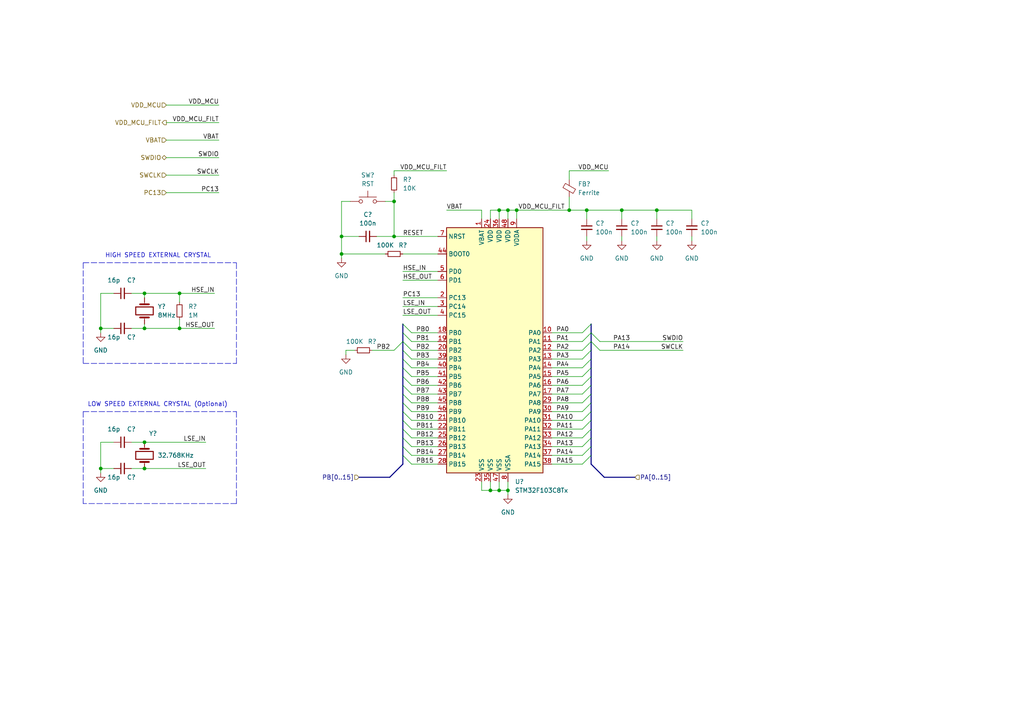
<source format=kicad_sch>
(kicad_sch (version 20211123) (generator eeschema)
  (paper "A4")
  (lib_symbols
    (symbol "Device:C_Small" (pin_numbers hide) (pin_names (offset 0.254) hide)
      (property "Reference" "C" (at 0.254 1.778 0))
      (property "Value" "C_Small" (at 0.254 -2.032 0))
      (symbol "C_Small_0_1"
        (polyline (pts (xy -1.524 -0.508) (xy 1.524 -0.508)) (stroke (width 0.3302)))
        (polyline (pts (xy -1.524 0.508) (xy 1.524 0.508)) (stroke (width 0.3048)))
      )
      (symbol "C_Small_1_1"
        (pin passive line (at 0 2.54 270) (length 2.032) (name "~") (number "1"))
        (pin passive line (at 0 -2.54 90) (length 2.032) (name "~") (number "2"))
      )
    )
    (symbol "Device:Crystal" (pin_numbers hide) (pin_names (offset 1.016) hide)
      (property "Reference" "Y" (at 0 3.81 0))
      (property "Value" "Crystal" (at 0 -3.81 0))
      (symbol "Crystal_0_1"
        (rectangle (start -1.143 2.54) (end 1.143 -2.54) (stroke (width 0.3048)))
        (polyline (pts (xy -2.54 0) (xy -1.905 0)))
        (polyline (pts (xy -1.905 -1.27) (xy -1.905 1.27)) (stroke (width 0.508)))
        (polyline (pts (xy 1.905 -1.27) (xy 1.905 1.27)) (stroke (width 0.508)))
        (polyline (pts (xy 2.54 0) (xy 1.905 0)))
      )
      (symbol "Crystal_1_1"
        (pin passive line (at -3.81 0 0) (length 1.27) (name "1") (number "1"))
        (pin passive line (at 3.81 0 180) (length 1.27) (name "2") (number "2"))
      )
    )
    (symbol "Device:FerriteBead_Small" (pin_numbers hide) (pin_names (offset 0))
      (property "Reference" "FB" (at 1.905 1.27 0))
      (property "Value" "FerriteBead_Small" (at 1.905 -1.27 0))
      (symbol "FerriteBead_Small_0_1"
        (polyline (pts (xy 0 -1.27) (xy 0 -0.7874)))
        (polyline (pts (xy 0 0.889) (xy 0 1.2954)))
        (polyline (pts (xy -1.8288 0.2794) (xy -1.1176 1.4986) (xy 1.8288 -0.2032) (xy 1.1176 -1.4224) (xy -1.8288 0.2794)))
      )
      (symbol "FerriteBead_Small_1_1"
        (pin passive line (at 0 2.54 270) (length 1.27) (name "~") (number "1"))
        (pin passive line (at 0 -2.54 90) (length 1.27) (name "~") (number "2"))
      )
    )
    (symbol "Device:R_Small" (pin_numbers hide) (pin_names (offset 0.254) hide)
      (property "Reference" "R" (at 0.762 0.508 0))
      (property "Value" "R_Small" (at 0.762 -1.016 0))
      (symbol "R_Small_0_1"
        (rectangle (start -0.762 1.778) (end 0.762 -1.778) (stroke (width 0.2032)))
      )
      (symbol "R_Small_1_1"
        (pin passive line (at 0 2.54 270) (length 0.762) (name "~") (number "1"))
        (pin passive line (at 0 -2.54 90) (length 0.762) (name "~") (number "2"))
      )
    )
    (symbol "MCU_ST_STM32F1:STM32F103C8Tx"
      (property "Reference" "U" (at -15.24 36.83 0))
      (property "Value" "STM32F103C8Tx" (at 7.62 36.83 0))
      (symbol "STM32F103C8Tx_0_1"
        (rectangle (start -15.24 -35.56) (end 12.7 35.56) (stroke (width 0.254)) (fill (type background)))
      )
      (symbol "STM32F103C8Tx_1_1"
        (pin power_in line (at -5.08 38.1 270) (length 2.54) (name "VBAT") (number "1"))
        (pin bidirectional line (at 15.24 5.08 180) (length 2.54) (name "PA0") (number "10"))
        (pin bidirectional line (at 15.24 2.54 180) (length 2.54) (name "PA1") (number "11"))
        (pin bidirectional line (at 15.24 0 180) (length 2.54) (name "PA2") (number "12"))
        (pin bidirectional line (at 15.24 -2.54 180) (length 2.54) (name "PA3") (number "13"))
        (pin bidirectional line (at 15.24 -5.08 180) (length 2.54) (name "PA4") (number "14"))
        (pin bidirectional line (at 15.24 -7.62 180) (length 2.54) (name "PA5") (number "15"))
        (pin bidirectional line (at 15.24 -10.16 180) (length 2.54) (name "PA6") (number "16"))
        (pin bidirectional line (at 15.24 -12.7 180) (length 2.54) (name "PA7") (number "17"))
        (pin bidirectional line (at -17.78 5.08 0) (length 2.54) (name "PB0") (number "18"))
        (pin bidirectional line (at -17.78 2.54 0) (length 2.54) (name "PB1") (number "19"))
        (pin bidirectional line (at -17.78 15.24 0) (length 2.54) (name "PC13") (number "2"))
        (pin bidirectional line (at -17.78 0 0) (length 2.54) (name "PB2") (number "20"))
        (pin bidirectional line (at -17.78 -20.32 0) (length 2.54) (name "PB10") (number "21"))
        (pin bidirectional line (at -17.78 -22.86 0) (length 2.54) (name "PB11") (number "22"))
        (pin power_in line (at -5.08 -38.1 90) (length 2.54) (name "VSS") (number "23"))
        (pin power_in line (at -2.54 38.1 270) (length 2.54) (name "VDD") (number "24"))
        (pin bidirectional line (at -17.78 -25.4 0) (length 2.54) (name "PB12") (number "25"))
        (pin bidirectional line (at -17.78 -27.94 0) (length 2.54) (name "PB13") (number "26"))
        (pin bidirectional line (at -17.78 -30.48 0) (length 2.54) (name "PB14") (number "27"))
        (pin bidirectional line (at -17.78 -33.02 0) (length 2.54) (name "PB15") (number "28"))
        (pin bidirectional line (at 15.24 -15.24 180) (length 2.54) (name "PA8") (number "29"))
        (pin bidirectional line (at -17.78 12.7 0) (length 2.54) (name "PC14") (number "3"))
        (pin bidirectional line (at 15.24 -17.78 180) (length 2.54) (name "PA9") (number "30"))
        (pin bidirectional line (at 15.24 -20.32 180) (length 2.54) (name "PA10") (number "31"))
        (pin bidirectional line (at 15.24 -22.86 180) (length 2.54) (name "PA11") (number "32"))
        (pin bidirectional line (at 15.24 -25.4 180) (length 2.54) (name "PA12") (number "33"))
        (pin bidirectional line (at 15.24 -27.94 180) (length 2.54) (name "PA13") (number "34"))
        (pin power_in line (at -2.54 -38.1 90) (length 2.54) (name "VSS") (number "35"))
        (pin power_in line (at 0 38.1 270) (length 2.54) (name "VDD") (number "36"))
        (pin bidirectional line (at 15.24 -30.48 180) (length 2.54) (name "PA14") (number "37"))
        (pin bidirectional line (at 15.24 -33.02 180) (length 2.54) (name "PA15") (number "38"))
        (pin bidirectional line (at -17.78 -2.54 0) (length 2.54) (name "PB3") (number "39"))
        (pin bidirectional line (at -17.78 10.16 0) (length 2.54) (name "PC15") (number "4"))
        (pin bidirectional line (at -17.78 -5.08 0) (length 2.54) (name "PB4") (number "40"))
        (pin bidirectional line (at -17.78 -7.62 0) (length 2.54) (name "PB5") (number "41"))
        (pin bidirectional line (at -17.78 -10.16 0) (length 2.54) (name "PB6") (number "42"))
        (pin bidirectional line (at -17.78 -12.7 0) (length 2.54) (name "PB7") (number "43"))
        (pin input line (at -17.78 27.94 0) (length 2.54) (name "BOOT0") (number "44"))
        (pin bidirectional line (at -17.78 -15.24 0) (length 2.54) (name "PB8") (number "45"))
        (pin bidirectional line (at -17.78 -17.78 0) (length 2.54) (name "PB9") (number "46"))
        (pin power_in line (at 0 -38.1 90) (length 2.54) (name "VSS") (number "47"))
        (pin power_in line (at 2.54 38.1 270) (length 2.54) (name "VDD") (number "48"))
        (pin input line (at -17.78 22.86 0) (length 2.54) (name "PD0") (number "5"))
        (pin input line (at -17.78 20.32 0) (length 2.54) (name "PD1") (number "6"))
        (pin input line (at -17.78 33.02 0) (length 2.54) (name "NRST") (number "7"))
        (pin power_in line (at 2.54 -38.1 90) (length 2.54) (name "VSSA") (number "8"))
        (pin power_in line (at 5.08 38.1 270) (length 2.54) (name "VDDA") (number "9"))
      )
    )
    (symbol "Switch:SW_Push" (pin_numbers hide) (pin_names (offset 1.016) hide)
      (property "Reference" "SW" (at 1.27 2.54 0))
      (property "Value" "SW_Push" (at 0 -1.524 0))
      (symbol "SW_Push_0_1"
        (circle (center -2.032 0) (radius 0.508))
        (polyline (pts (xy 0 1.27) (xy 0 3.048)))
        (polyline (pts (xy 2.54 1.27) (xy -2.54 1.27)))
        (circle (center 2.032 0) (radius 0.508))
        (pin passive line (at -5.08 0 0) (length 2.54) (name "1") (number "1"))
        (pin passive line (at 5.08 0 180) (length 2.54) (name "2") (number "2"))
      )
    )
    (symbol "power:GND" (power) (pin_names (offset 0))
      (property "Value" "GND" (at 0 -3.81 0))
      (symbol "GND_0_1"
        (polyline (pts (xy 0 0) (xy 0 -1.27) (xy 1.27 -1.27) (xy 0 -2.54) (xy -1.27 -1.27) (xy 0 -1.27)))
      )
      (symbol "GND_1_1"
        (pin power_in line (at 0 0 270) (length 0) hide (name "GND") (number "1"))
      )
    )
  )
  (junction (at 41.91 135.89))
  (junction (at 190.5 60.96))
  (junction (at 99.06 68.58))
  (junction (at 29.21 135.89))
  (junction (at 144.78 60.96))
  (junction (at 165.1 60.96))
  (junction (at 41.91 95.25))
  (junction (at 114.3 58.42))
  (junction (at 29.21 95.25))
  (junction (at 52.07 85.09))
  (junction (at 52.07 95.25))
  (junction (at 99.06 73.66))
  (junction (at 147.32 142.24))
  (junction (at 147.32 60.96))
  (junction (at 149.86 60.96))
  (junction (at 41.91 85.09))
  (junction (at 170.18 60.96))
  (junction (at 41.91 128.27))
  (junction (at 180.34 60.96))
  (junction (at 114.3 68.58))
  (junction (at 144.78 142.24))
  (junction (at 142.24 142.24))
  (bus_entry (at 171.45 132.08) (size -2.54 2.54))
  (bus_entry (at 171.45 99.06) (size -2.54 2.54))
  (bus_entry (at 171.45 124.46) (size -2.54 2.54))
  (bus_entry (at 171.45 127) (size -2.54 2.54))
  (bus_entry (at 171.45 93.98) (size -2.54 2.54))
  (bus_entry (at 116.84 93.98) (size 2.54 2.54))
  (bus_entry (at 116.84 106.68) (size 2.54 2.54))
  (bus_entry (at 116.84 121.92) (size 2.54 2.54))
  (bus_entry (at 116.84 114.3) (size 2.54 2.54))
  (bus_entry (at 171.45 116.84) (size -2.54 2.54))
  (bus_entry (at 116.84 129.54) (size 2.54 2.54))
  (bus_entry (at 116.84 111.76) (size 2.54 2.54))
  (bus_entry (at 116.84 96.52) (size 2.54 2.54))
  (bus_entry (at 116.84 124.46) (size 2.54 2.54))
  (bus_entry (at 116.84 116.84) (size 2.54 2.54))
  (bus_entry (at 171.45 129.54) (size -2.54 2.54))
  (bus_entry (at 116.84 104.14) (size 2.54 2.54))
  (bus_entry (at 171.45 121.92) (size -2.54 2.54))
  (bus_entry (at 116.84 101.6) (size 2.54 2.54))
  (bus_entry (at 116.84 109.22) (size 2.54 2.54))
  (bus_entry (at 171.45 96.52) (size 2.54 2.54))
  (bus_entry (at 171.45 114.3) (size -2.54 2.54))
  (bus_entry (at 116.84 99.06) (size 2.54 2.54))
  (bus_entry (at 171.45 101.6) (size -2.54 2.54))
  (bus_entry (at 171.45 99.06) (size 2.54 2.54))
  (bus_entry (at 116.84 132.08) (size 2.54 2.54))
  (bus_entry (at 171.45 106.68) (size -2.54 2.54))
  (bus_entry (at 116.84 127) (size 2.54 2.54))
  (bus_entry (at 116.84 119.38) (size 2.54 2.54))
  (bus_entry (at 171.45 96.52) (size -2.54 2.54))
  (bus_entry (at 171.45 111.76) (size -2.54 2.54))
  (bus_entry (at 171.45 109.22) (size -2.54 2.54))
  (bus_entry (at 171.45 104.14) (size -2.54 2.54))
  (bus_entry (at 116.84 99.06) (size -2.54 2.54))
  (bus_entry (at 171.45 119.38) (size -2.54 2.54))
  (wire (pts (xy 52.07 95.25) (xy 62.23 95.25)))
  (wire (pts (xy 29.21 85.09) (xy 33.02 85.09)))
  (wire (pts (xy 116.84 78.74) (xy 127 78.74)))
  (wire (pts (xy 29.21 135.89) (xy 29.21 137.16)))
  (wire (pts (xy 114.3 58.42) (xy 114.3 68.58)))
  (wire (pts (xy 190.5 60.96) (xy 190.5 63.5)))
  (wire (pts (xy 29.21 128.27) (xy 29.21 135.89)))
  (wire (pts (xy 41.91 85.09) (xy 41.91 86.36)))
  (bus (pts (xy 116.84 99.06) (xy 116.84 101.6)))
  (wire (pts (xy 160.02 134.62) (xy 168.91 134.62)))
  (wire (pts (xy 29.21 135.89) (xy 33.02 135.89)))
  (wire (pts (xy 109.22 68.58) (xy 114.3 68.58)))
  (wire (pts (xy 119.38 101.6) (xy 127 101.6)))
  (wire (pts (xy 160.02 111.76) (xy 168.91 111.76)))
  (bus (pts (xy 116.84 111.76) (xy 116.84 114.3)))
  (bus (pts (xy 104.14 138.43) (xy 113.03 138.43)))
  (bus (pts (xy 171.45 99.06) (xy 171.45 101.6)))
  (wire (pts (xy 119.38 124.46) (xy 127 124.46)))
  (wire (pts (xy 144.78 60.96) (xy 147.32 60.96)))
  (wire (pts (xy 144.78 142.24) (xy 147.32 142.24)))
  (polyline (pts (xy 68.58 146.05) (xy 24.13 146.05)))
  (wire (pts (xy 119.38 114.3) (xy 127 114.3)))
  (wire (pts (xy 173.99 99.06) (xy 198.12 99.06)))
  (wire (pts (xy 160.02 96.52) (xy 168.91 96.52)))
  (wire (pts (xy 165.1 49.53) (xy 176.53 49.53)))
  (wire (pts (xy 119.38 132.08) (xy 127 132.08)))
  (polyline (pts (xy 24.13 76.2) (xy 68.58 76.2)))
  (wire (pts (xy 190.5 60.96) (xy 200.66 60.96)))
  (bus (pts (xy 116.84 121.92) (xy 116.84 124.46)))
  (wire (pts (xy 160.02 124.46) (xy 168.91 124.46)))
  (wire (pts (xy 165.1 57.15) (xy 165.1 60.96)))
  (wire (pts (xy 170.18 60.96) (xy 180.34 60.96)))
  (wire (pts (xy 38.1 85.09) (xy 41.91 85.09)))
  (polyline (pts (xy 24.13 76.2) (xy 24.13 105.41)))
  (wire (pts (xy 38.1 135.89) (xy 41.91 135.89)))
  (bus (pts (xy 171.45 116.84) (xy 171.45 119.38)))
  (polyline (pts (xy 68.58 119.38) (xy 68.58 146.05)))
  (wire (pts (xy 114.3 49.53) (xy 129.54 49.53)))
  (wire (pts (xy 29.21 96.52) (xy 29.21 95.25)))
  (wire (pts (xy 114.3 50.8) (xy 114.3 49.53)))
  (wire (pts (xy 147.32 60.96) (xy 149.86 60.96)))
  (bus (pts (xy 171.45 101.6) (xy 171.45 104.14)))
  (wire (pts (xy 119.38 129.54) (xy 127 129.54)))
  (wire (pts (xy 160.02 104.14) (xy 168.91 104.14)))
  (wire (pts (xy 116.84 91.44) (xy 127 91.44)))
  (wire (pts (xy 190.5 68.58) (xy 190.5 69.85)))
  (polyline (pts (xy 68.58 105.41) (xy 68.58 76.2)))
  (wire (pts (xy 139.7 63.5) (xy 139.7 60.96)))
  (wire (pts (xy 99.06 68.58) (xy 104.14 68.58)))
  (wire (pts (xy 119.38 99.06) (xy 127 99.06)))
  (wire (pts (xy 149.86 60.96) (xy 149.86 63.5)))
  (wire (pts (xy 160.02 127) (xy 168.91 127)))
  (wire (pts (xy 119.38 134.62) (xy 127 134.62)))
  (wire (pts (xy 160.02 116.84) (xy 168.91 116.84)))
  (bus (pts (xy 116.84 134.62) (xy 113.03 138.43)))
  (bus (pts (xy 175.26 138.43) (xy 184.15 138.43)))
  (wire (pts (xy 142.24 139.7) (xy 142.24 142.24)))
  (wire (pts (xy 29.21 95.25) (xy 29.21 85.09)))
  (wire (pts (xy 119.38 121.92) (xy 127 121.92)))
  (wire (pts (xy 41.91 93.98) (xy 41.91 95.25)))
  (bus (pts (xy 116.84 132.08) (xy 116.84 134.62)))
  (wire (pts (xy 147.32 142.24) (xy 147.32 139.7)))
  (wire (pts (xy 41.91 135.89) (xy 59.69 135.89)))
  (wire (pts (xy 107.95 101.6) (xy 114.3 101.6)))
  (wire (pts (xy 116.84 81.28) (xy 127 81.28)))
  (wire (pts (xy 160.02 106.68) (xy 168.91 106.68)))
  (wire (pts (xy 41.91 95.25) (xy 52.07 95.25)))
  (wire (pts (xy 116.84 73.66) (xy 127 73.66)))
  (wire (pts (xy 29.21 95.25) (xy 33.02 95.25)))
  (wire (pts (xy 38.1 95.25) (xy 41.91 95.25)))
  (wire (pts (xy 170.18 60.96) (xy 170.18 63.5)))
  (wire (pts (xy 48.26 40.64) (xy 63.5 40.64)))
  (wire (pts (xy 48.26 30.48) (xy 63.5 30.48)))
  (bus (pts (xy 171.45 106.68) (xy 171.45 109.22)))
  (wire (pts (xy 100.33 101.6) (xy 100.33 102.87)))
  (wire (pts (xy 139.7 139.7) (xy 139.7 142.24)))
  (wire (pts (xy 99.06 73.66) (xy 99.06 74.93)))
  (wire (pts (xy 48.26 35.56) (xy 63.5 35.56)))
  (wire (pts (xy 180.34 60.96) (xy 190.5 60.96)))
  (wire (pts (xy 160.02 119.38) (xy 168.91 119.38)))
  (wire (pts (xy 170.18 68.58) (xy 170.18 69.85)))
  (wire (pts (xy 48.26 55.88) (xy 63.5 55.88)))
  (wire (pts (xy 111.76 58.42) (xy 114.3 58.42)))
  (wire (pts (xy 99.06 58.42) (xy 99.06 68.58)))
  (bus (pts (xy 171.45 96.52) (xy 171.45 99.06)))
  (wire (pts (xy 52.07 85.09) (xy 62.23 85.09)))
  (wire (pts (xy 160.02 129.54) (xy 168.91 129.54)))
  (wire (pts (xy 149.86 60.96) (xy 165.1 60.96)))
  (wire (pts (xy 180.34 60.96) (xy 180.34 63.5)))
  (wire (pts (xy 102.87 101.6) (xy 100.33 101.6)))
  (wire (pts (xy 142.24 60.96) (xy 144.78 60.96)))
  (wire (pts (xy 41.91 128.27) (xy 59.69 128.27)))
  (wire (pts (xy 147.32 142.24) (xy 147.32 143.51)))
  (wire (pts (xy 116.84 86.36) (xy 127 86.36)))
  (bus (pts (xy 171.45 124.46) (xy 171.45 127)))
  (wire (pts (xy 119.38 104.14) (xy 127 104.14)))
  (wire (pts (xy 99.06 68.58) (xy 99.06 73.66)))
  (bus (pts (xy 171.45 104.14) (xy 171.45 106.68)))
  (wire (pts (xy 173.99 101.6) (xy 198.12 101.6)))
  (wire (pts (xy 114.3 55.88) (xy 114.3 58.42)))
  (bus (pts (xy 116.84 101.6) (xy 116.84 104.14)))
  (wire (pts (xy 38.1 128.27) (xy 41.91 128.27)))
  (bus (pts (xy 171.45 129.54) (xy 171.45 132.08)))
  (bus (pts (xy 116.84 129.54) (xy 116.84 132.08)))
  (wire (pts (xy 160.02 109.22) (xy 168.91 109.22)))
  (bus (pts (xy 116.84 127) (xy 116.84 129.54)))
  (wire (pts (xy 52.07 95.25) (xy 52.07 92.71)))
  (wire (pts (xy 119.38 109.22) (xy 127 109.22)))
  (bus (pts (xy 171.45 121.92) (xy 171.45 124.46)))
  (polyline (pts (xy 24.13 119.38) (xy 24.13 146.05)))
  (wire (pts (xy 142.24 142.24) (xy 144.78 142.24)))
  (bus (pts (xy 171.45 119.38) (xy 171.45 121.92)))
  (bus (pts (xy 175.26 138.43) (xy 171.45 134.62)))
  (wire (pts (xy 99.06 58.42) (xy 101.6 58.42)))
  (wire (pts (xy 52.07 85.09) (xy 52.07 87.63)))
  (wire (pts (xy 48.26 45.72) (xy 63.5 45.72)))
  (wire (pts (xy 147.32 60.96) (xy 147.32 63.5)))
  (bus (pts (xy 116.84 114.3) (xy 116.84 116.84)))
  (wire (pts (xy 165.1 52.07) (xy 165.1 49.53)))
  (bus (pts (xy 116.84 96.52) (xy 116.84 99.06)))
  (wire (pts (xy 160.02 99.06) (xy 168.91 99.06)))
  (wire (pts (xy 144.78 60.96) (xy 144.78 63.5)))
  (wire (pts (xy 48.26 50.8) (xy 63.5 50.8)))
  (wire (pts (xy 114.3 68.58) (xy 127 68.58)))
  (bus (pts (xy 171.45 109.22) (xy 171.45 111.76)))
  (bus (pts (xy 116.84 119.38) (xy 116.84 121.92)))
  (wire (pts (xy 119.38 119.38) (xy 127 119.38)))
  (wire (pts (xy 119.38 106.68) (xy 127 106.68)))
  (polyline (pts (xy 24.13 105.41) (xy 68.58 105.41)))
  (wire (pts (xy 119.38 111.76) (xy 127 111.76)))
  (bus (pts (xy 171.45 127) (xy 171.45 129.54)))
  (wire (pts (xy 165.1 60.96) (xy 170.18 60.96)))
  (bus (pts (xy 116.84 109.22) (xy 116.84 111.76)))
  (wire (pts (xy 160.02 121.92) (xy 168.91 121.92)))
  (wire (pts (xy 144.78 139.7) (xy 144.78 142.24)))
  (wire (pts (xy 41.91 85.09) (xy 52.07 85.09)))
  (polyline (pts (xy 24.13 119.38) (xy 68.58 119.38)))
  (bus (pts (xy 171.45 93.98) (xy 171.45 96.52)))
  (bus (pts (xy 116.84 116.84) (xy 116.84 119.38)))
  (bus (pts (xy 116.84 106.68) (xy 116.84 109.22)))
  (wire (pts (xy 200.66 68.58) (xy 200.66 69.85)))
  (wire (pts (xy 116.84 88.9) (xy 127 88.9)))
  (wire (pts (xy 160.02 101.6) (xy 168.91 101.6)))
  (bus (pts (xy 171.45 114.3) (xy 171.45 116.84)))
  (bus (pts (xy 116.84 124.46) (xy 116.84 127)))
  (wire (pts (xy 160.02 114.3) (xy 168.91 114.3)))
  (wire (pts (xy 119.38 127) (xy 127 127)))
  (wire (pts (xy 129.54 60.96) (xy 139.7 60.96)))
  (wire (pts (xy 200.66 60.96) (xy 200.66 63.5)))
  (bus (pts (xy 116.84 104.14) (xy 116.84 106.68)))
  (wire (pts (xy 119.38 96.52) (xy 127 96.52)))
  (bus (pts (xy 171.45 132.08) (xy 171.45 134.62)))
  (wire (pts (xy 160.02 132.08) (xy 168.91 132.08)))
  (bus (pts (xy 171.45 111.76) (xy 171.45 114.3)))
  (wire (pts (xy 99.06 73.66) (xy 111.76 73.66)))
  (wire (pts (xy 119.38 116.84) (xy 127 116.84)))
  (wire (pts (xy 180.34 68.58) (xy 180.34 69.85)))
  (wire (pts (xy 142.24 60.96) (xy 142.24 63.5)))
  (wire (pts (xy 29.21 128.27) (xy 33.02 128.27)))
  (bus (pts (xy 116.84 93.98) (xy 116.84 96.52)))
  (wire (pts (xy 139.7 142.24) (xy 142.24 142.24)))
  (text "LOW SPEED EXTERNAL CRYSTAL (Optional)" (at 25.4 118.11 0) (effects (font (size 1.27 1.27)) (justify left bottom)))
  (text "HIGH SPEED EXTERNAL CRYSTAL" (at 30.48 74.93 0) (effects (font (size 1.27 1.27)) (justify left bottom)))
  (label "PB10" (at 120.65 121.92 0))
  (label "VDD_MCU" (at 63.5 30.48 180))
  (label "SWDIO" (at 198.12 99.06 180))
  (label "HSE_OUT" (at 62.23 95.25 180))
  (label "PA10" (at 161.29 121.92 0))
  (label "PB2" (at 109.22 101.6 0))
  (label "PA5" (at 161.29 109.22 0))
  (label "PA8" (at 161.29 116.84 0))
  (label "PB0" (at 120.65 96.52 0))
  (label "LSE_IN" (at 59.69 128.27 180))
  (label "PB6" (at 120.65 111.76 0))
  (label "PB3" (at 120.65 104.14 0))
  (label "VDD_MCU_FILT" (at 63.5 35.56 180))
  (label "PC13" (at 116.84 86.36 0))
  (label "PB5" (at 120.65 109.22 0))
  (label "PB8" (at 120.65 116.84 0))
  (label "PB12" (at 120.65 127 0))
  (label "PC13" (at 63.5 55.88 180))
  (label "PB4" (at 120.65 106.68 0))
  (label "PA2" (at 161.29 101.6 0))
  (label "PA11" (at 161.29 124.46 0))
  (label "RESET" (at 116.84 68.58 0))
  (label "LSE_OUT" (at 116.84 91.44 0))
  (label "PB14" (at 120.65 132.08 0))
  (label "HSE_IN" (at 62.23 85.09 180))
  (label "PA6" (at 161.29 111.76 0))
  (label "VBAT" (at 63.5 40.64 180))
  (label "LSE_IN" (at 116.84 88.9 0))
  (label "PA0" (at 161.29 96.52 0))
  (label "PA3" (at 161.29 104.14 0))
  (label "SWCLK" (at 63.5 50.8 180))
  (label "PB11" (at 120.65 124.46 0))
  (label "SWCLK" (at 198.12 101.6 180))
  (label "PB13" (at 120.65 129.54 0))
  (label "PA1" (at 161.29 99.06 0))
  (label "SWDIO" (at 63.5 45.72 180))
  (label "PA15" (at 161.29 134.62 0))
  (label "PA14" (at 161.29 132.08 0))
  (label "HSE_IN" (at 116.84 78.74 0))
  (label "PA13" (at 177.8 99.06 0))
  (label "PB7" (at 120.65 114.3 0))
  (label "PA9" (at 161.29 119.38 0))
  (label "VDD_MCU" (at 176.53 49.53 180))
  (label "PA12" (at 161.29 127 0))
  (label "PA4" (at 161.29 106.68 0))
  (label "PB9" (at 120.65 119.38 0))
  (label "PA13" (at 161.29 129.54 0))
  (label "PB15" (at 120.65 134.62 0))
  (label "PA14" (at 177.8 101.6 0))
  (label "PA7" (at 161.29 114.3 0))
  (label "LSE_OUT" (at 59.69 135.89 180))
  (label "VDD_MCU_FILT" (at 129.54 49.53 180))
  (label "HSE_OUT" (at 116.84 81.28 0))
  (label "PB2" (at 120.65 101.6 0))
  (label "VDD_MCU_FILT" (at 163.83 60.96 180))
  (label "PB1" (at 120.65 99.06 0))
  (label "VBAT" (at 129.54 60.96 0))
  (hierarchical_label "VDD_MCU_FILT" (shape output) (at 48.26 35.56 180))
  (hierarchical_label "VDD_MCU" (shape input) (at 48.26 30.48 180))
  (hierarchical_label "PB[0..15]" (shape input) (at 104.14 138.43 180))
  (hierarchical_label "PA[0..15]" (shape input) (at 184.15 138.43 0))
  (hierarchical_label "PC13" (shape input) (at 48.26 55.88 180))
  (hierarchical_label "SWDIO" (shape bidirectional) (at 48.26 45.72 180))
  (hierarchical_label "VBAT" (shape input) (at 48.26 40.64 180))
  (hierarchical_label "SWCLK" (shape input) (at 48.26 50.8 180))
  (symbol (lib_id "power:GND") (at 147.32 143.51 0) (unit 1)
    (property "Reference" "#PWR?" (effects hide))
    (property "Value" "GND" (at 147.32 148.59 0))
  )
  (symbol (lib_id "power:GND") (at 99.06 74.93 0) (unit 1)
    (property "Reference" "#PWR?" (effects hide))
    (property "Value" "GND" (at 99.06 80.01 0))
  )
  (symbol (lib_id "power:GND") (at 100.33 102.87 0) (unit 1)
    (property "Reference" "#PWR?" (effects hide))
    (property "Value" "GND" (at 100.33 107.95 0))
  )
  (symbol (lib_id "power:GND") (at 29.21 96.52 0) (unit 1)
    (property "Reference" "#PWR?" (effects hide))
    (property "Value" "GND" (at 29.21 101.6 0))
  )
  (symbol (lib_id "Device:C_Small") (at 35.56 85.09 90) (unit 1)
    (property "Reference" "C?" (at 38.1 81.28 90))
    (property "Value" "16p" (at 33.02 81.28 90))
  )
  (symbol (lib_id "Device:R_Small") (at 52.07 90.17 0) (unit 1)
    (property "Reference" "R?" (at 54.61 88.8999 0) (effects (justify left)))
    (property "Value" "1M" (at 54.61 91.4399 0) (effects (justify left)))
  )
  (symbol (lib_id "power:GND") (at 170.18 69.85 0) (unit 1)
    (property "Reference" "#PWR?" (effects hide))
    (property "Value" "GND" (at 170.18 74.93 0))
  )
  (symbol (lib_id "power:GND") (at 200.66 69.85 0) (unit 1)
    (property "Reference" "#PWR?" (effects hide))
    (property "Value" "GND" (at 200.66 74.93 0))
  )
  (symbol (lib_id "MCU_ST_STM32F1:STM32F103C8Tx") (at 144.78 101.6 0) (unit 1)
    (property "Reference" "U?" (at 149.3394 139.7 0) (effects (justify left)))
    (property "Value" "STM32F103C8Tx" (at 149.3394 142.24 0) (effects (justify left)))
    (property "Footprint" "Package_QFP:LQFP-48_7x7mm_P0.5mm" (effects hide))
    (property "Datasheet" "http://www.st.com/st-web-ui/static/active/en/resource/technical/document/datasheet/CD00161566.pdf" (effects hide))
  )
  (symbol (lib_id "power:GND") (at 180.34 69.85 0) (unit 1)
    (property "Reference" "#PWR?" (effects hide))
    (property "Value" "GND" (at 180.34 74.93 0))
  )
  (symbol (lib_id "Device:Crystal") (at 41.91 90.17 90) (unit 1)
    (property "Reference" "Y?" (at 45.72 88.8999 90) (effects (justify right)))
    (property "Value" "8MHz" (at 45.72 91.4399 90) (effects (justify right)))
  )
  (symbol (lib_id "Device:C_Small") (at 35.56 95.25 90) (unit 1)
    (property "Reference" "C?" (at 38.1 97.79 90))
    (property "Value" "16p" (at 33.02 97.79 90))
  )
  (symbol (lib_id "Switch:SW_Push") (at 106.68 58.42 0) (unit 1)
    (property "Reference" "SW?" (at 106.68 50.8 0))
    (property "Value" "RST" (at 106.68 53.34 0))
  )
  (symbol (lib_id "Device:C_Small") (at 190.5 66.04 0) (unit 1)
    (property "Reference" "C?" (at 193.04 64.7762 0) (effects (justify left)))
    (property "Value" "100n" (at 193.04 67.3162 0) (effects (justify left)))
  )
  (symbol (lib_id "Device:R_Small") (at 105.41 101.6 90) (unit 1)
    (property "Reference" "R?" (at 107.95 99.06 90))
    (property "Value" "100K" (at 102.87 99.06 90))
  )
  (symbol (lib_id "Device:C_Small") (at 35.56 135.89 90) (unit 1)
    (property "Reference" "C?" (at 38.1 138.43 90))
    (property "Value" "16p" (at 33.02 138.43 90))
  )
  (symbol (lib_id "Device:C_Small") (at 200.66 66.04 0) (unit 1)
    (property "Reference" "C?" (at 203.2 64.7762 0) (effects (justify left)))
    (property "Value" "100n" (at 203.2 67.3162 0) (effects (justify left)))
  )
  (symbol (lib_id "Device:Crystal") (at 41.91 132.08 90) (unit 1)
    (property "Reference" "Y?" (at 43.18 125.73 90) (effects (justify right)))
    (property "Value" "32.768KHz" (at 45.72 132.08 90) (effects (justify right)))
  )
  (symbol (lib_id "Device:C_Small") (at 170.18 66.04 0) (unit 1)
    (property "Reference" "C?" (at 172.72 64.7762 0) (effects (justify left)))
    (property "Value" "100n" (at 172.72 67.3162 0) (effects (justify left)))
  )
  (symbol (lib_id "Device:R_Small") (at 114.3 53.34 0) (unit 1)
    (property "Reference" "R?" (at 116.84 52.0699 0) (effects (justify left)))
    (property "Value" "10K" (at 116.84 54.6099 0) (effects (justify left)))
  )
  (symbol (lib_id "Device:C_Small") (at 35.56 128.27 90) (unit 1)
    (property "Reference" "C?" (at 38.1 124.46 90))
    (property "Value" "16p" (at 33.02 124.46 90))
  )
  (symbol (lib_id "Device:R_Small") (at 114.3 73.66 90) (unit 1)
    (property "Reference" "R?" (at 116.84 71.12 90))
    (property "Value" "100K" (at 111.76 71.12 90))
  )
  (symbol (lib_id "power:GND") (at 190.5 69.85 0) (unit 1)
    (property "Reference" "#PWR?" (effects hide))
    (property "Value" "GND" (at 190.5 74.93 0))
  )
  (symbol (lib_id "Device:FerriteBead_Small") (at 165.1 54.61 180) (unit 1)
    (property "Reference" "FB?" (at 167.64 53.378 0) (effects (justify right)))
    (property "Value" "Ferrite" (at 167.64 55.918 0) (effects (justify right)))
  )
  (symbol (lib_id "power:GND") (at 29.21 137.16 0) (unit 1)
    (property "Reference" "#PWR?" (effects hide))
    (property "Value" "GND" (at 29.21 142.24 0))
  )
  (symbol (lib_id "Device:C_Small") (at 180.34 66.04 0) (unit 1)
    (property "Reference" "C?" (at 182.88 64.7762 0) (effects (justify left)))
    (property "Value" "100n" (at 182.88 67.3162 0) (effects (justify left)))
  )
  (symbol (lib_id "Device:C_Small") (at 106.68 68.58 90) (unit 1)
    (property "Reference" "C?" (at 106.6863 62.23 90))
    (property "Value" "100n" (at 106.6863 64.77 90))
  )
)
</source>
